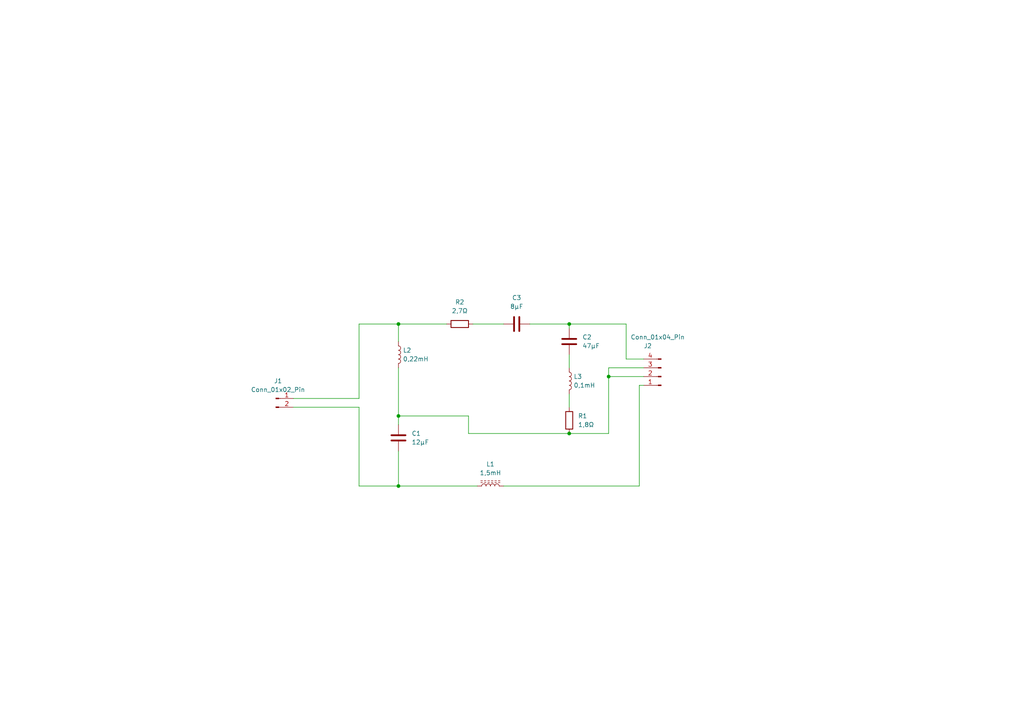
<source format=kicad_sch>
(kicad_sch (version 20230121) (generator eeschema)
  (paper "A4")
  (lib_symbols
    (symbol "Connector:Conn_01x02_Pin" (pin_names (offset 1.016) hide)
      (property "Reference" "J" (at 0 2.54 0))
      (property "Value" "Conn_01x02_Pin" (at 0 -5.08 0))
      (symbol "Conn_01x02_Pin_1_1"
        (polyline (pts (xy 1.27 -2.54) (xy 0.8636 -2.54)) (stroke (width 0.1524)))
        (polyline (pts (xy 1.27 0) (xy 0.8636 0)) (stroke (width 0.1524)))
        (rectangle (start 0.8636 -2.413) (end 0 -2.667) (stroke (width 0.1524)) (fill (type outline)))
        (rectangle (start 0.8636 0.127) (end 0 -0.127) (stroke (width 0.1524)) (fill (type outline)))
        (pin passive line (at 5.08 0 180) (length 3.81) (name "Pin_1") (number "1"))
        (pin passive line (at 5.08 -2.54 180) (length 3.81) (name "Pin_2") (number "2"))
      )
    )
    (symbol "Connector:Conn_01x04_Pin" (pin_names (offset 1.016) hide)
      (property "Reference" "J" (at 0 5.08 0))
      (property "Value" "Conn_01x04_Pin" (at 0 -7.62 0))
      (symbol "Conn_01x04_Pin_1_1"
        (polyline (pts (xy 1.27 -5.08) (xy 0.8636 -5.08)) (stroke (width 0.1524)))
        (polyline (pts (xy 1.27 -2.54) (xy 0.8636 -2.54)) (stroke (width 0.1524)))
        (polyline (pts (xy 1.27 0) (xy 0.8636 0)) (stroke (width 0.1524)))
        (polyline (pts (xy 1.27 2.54) (xy 0.8636 2.54)) (stroke (width 0.1524)))
        (rectangle (start 0.8636 -4.953) (end 0 -5.207) (stroke (width 0.1524)) (fill (type outline)))
        (rectangle (start 0.8636 -2.413) (end 0 -2.667) (stroke (width 0.1524)) (fill (type outline)))
        (rectangle (start 0.8636 0.127) (end 0 -0.127) (stroke (width 0.1524)) (fill (type outline)))
        (rectangle (start 0.8636 2.667) (end 0 2.413) (stroke (width 0.1524)) (fill (type outline)))
        (pin passive line (at 5.08 2.54 180) (length 3.81) (name "Pin_1") (number "1"))
        (pin passive line (at 5.08 0 180) (length 3.81) (name "Pin_2") (number "2"))
        (pin passive line (at 5.08 -2.54 180) (length 3.81) (name "Pin_3") (number "3"))
        (pin passive line (at 5.08 -5.08 180) (length 3.81) (name "Pin_4") (number "4"))
      )
    )
    (symbol "Device:C" (pin_numbers hide) (pin_names (offset 0.254))
      (property "Reference" "C" (at 0.635 2.54 0))
      (property "Value" "C" (at 0.635 -2.54 0))
      (symbol "C_0_1"
        (polyline (pts (xy -2.032 -0.762) (xy 2.032 -0.762)) (stroke (width 0.508)))
        (polyline (pts (xy -2.032 0.762) (xy 2.032 0.762)) (stroke (width 0.508)))
      )
      (symbol "C_1_1"
        (pin passive line (at 0 3.81 270) (length 2.794) (name "~") (number "1"))
        (pin passive line (at 0 -3.81 90) (length 2.794) (name "~") (number "2"))
      )
    )
    (symbol "Device:L" (pin_numbers hide) (pin_names (offset 1.016) hide)
      (property "Reference" "L" (at -1.27 0 90))
      (property "Value" "L" (at 1.905 0 90))
      (symbol "L_0_1"
        (arc (start 0 -2.54) (mid 0.6323 -1.905) (end 0 -1.27))
        (arc (start 0 -1.27) (mid 0.6323 -0.635) (end 0 0))
        (arc (start 0 0) (mid 0.6323 0.635) (end 0 1.27))
        (arc (start 0 1.27) (mid 0.6323 1.905) (end 0 2.54))
      )
      (symbol "L_1_1"
        (pin passive line (at 0 3.81 270) (length 1.27) (name "1") (number "1"))
        (pin passive line (at 0 -3.81 90) (length 1.27) (name "2") (number "2"))
      )
    )
    (symbol "Device:L_Ferrite" (pin_numbers hide) (pin_names (offset 1.016) hide)
      (property "Reference" "L" (at -1.27 0 90))
      (property "Value" "L_Ferrite" (at 2.794 0 90))
      (symbol "L_Ferrite_0_1"
        (arc (start 0 -2.54) (mid 0.6323 -1.905) (end 0 -1.27))
        (arc (start 0 -1.27) (mid 0.6323 -0.635) (end 0 0))
        (polyline (pts (xy 1.016 -2.794) (xy 1.016 -2.286)))
        (polyline (pts (xy 1.016 -1.778) (xy 1.016 -1.27)))
        (polyline (pts (xy 1.016 -0.762) (xy 1.016 -0.254)))
        (polyline (pts (xy 1.016 0.254) (xy 1.016 0.762)))
        (polyline (pts (xy 1.016 1.27) (xy 1.016 1.778)))
        (polyline (pts (xy 1.016 2.286) (xy 1.016 2.794)))
        (polyline (pts (xy 1.524 -2.286) (xy 1.524 -2.794)))
        (polyline (pts (xy 1.524 -1.27) (xy 1.524 -1.778)))
        (polyline (pts (xy 1.524 -0.254) (xy 1.524 -0.762)))
        (polyline (pts (xy 1.524 0.762) (xy 1.524 0.254)))
        (polyline (pts (xy 1.524 1.778) (xy 1.524 1.27)))
        (polyline (pts (xy 1.524 2.794) (xy 1.524 2.286)))
        (arc (start 0 0) (mid 0.6323 0.635) (end 0 1.27))
        (arc (start 0 1.27) (mid 0.6323 1.905) (end 0 2.54))
      )
      (symbol "L_Ferrite_1_1"
        (pin passive line (at 0 3.81 270) (length 1.27) (name "1") (number "1"))
        (pin passive line (at 0 -3.81 90) (length 1.27) (name "2") (number "2"))
      )
    )
    (symbol "Device:R" (pin_numbers hide) (pin_names (offset 0))
      (property "Reference" "R" (at 2.032 0 90))
      (property "Value" "R" (at 0 0 90))
      (symbol "R_0_1"
        (rectangle (start -1.016 -2.54) (end 1.016 2.54) (stroke (width 0.254)))
      )
      (symbol "R_1_1"
        (pin passive line (at 0 3.81 270) (length 1.27) (name "~") (number "1"))
        (pin passive line (at 0 -3.81 90) (length 1.27) (name "~") (number "2"))
      )
    )
  )
  (junction (at 176.53 109.22))
  (junction (at 115.57 140.97))
  (junction (at 165.1 93.98))
  (junction (at 115.57 93.98))
  (junction (at 115.57 120.65))
  (junction (at 165.1 125.73))
  (wire (pts (xy 146.05 140.97) (xy 185.42 140.97)))
  (wire (pts (xy 176.53 109.22) (xy 176.53 106.68)))
  (wire (pts (xy 165.1 93.98) (xy 181.61 93.98)))
  (wire (pts (xy 176.53 106.68) (xy 186.69 106.68)))
  (wire (pts (xy 115.57 140.97) (xy 138.43 140.97)))
  (wire (pts (xy 115.57 120.65) (xy 115.57 123.19)))
  (wire (pts (xy 115.57 93.98) (xy 115.57 99.06)))
  (wire (pts (xy 104.14 93.98) (xy 115.57 93.98)))
  (wire (pts (xy 85.09 115.57) (xy 104.14 115.57)))
  (wire (pts (xy 115.57 140.97) (xy 104.14 140.97)))
  (wire (pts (xy 115.57 130.81) (xy 115.57 140.97)))
  (wire (pts (xy 181.61 104.14) (xy 186.69 104.14)))
  (wire (pts (xy 135.89 120.65) (xy 135.89 125.73)))
  (wire (pts (xy 104.14 118.11) (xy 85.09 118.11)))
  (wire (pts (xy 165.1 102.87) (xy 165.1 106.68)))
  (wire (pts (xy 185.42 140.97) (xy 185.42 111.76)))
  (wire (pts (xy 104.14 140.97) (xy 104.14 118.11)))
  (wire (pts (xy 181.61 93.98) (xy 181.61 104.14)))
  (wire (pts (xy 165.1 125.73) (xy 176.53 125.73)))
  (wire (pts (xy 115.57 120.65) (xy 135.89 120.65)))
  (wire (pts (xy 104.14 115.57) (xy 104.14 93.98)))
  (wire (pts (xy 153.67 93.98) (xy 165.1 93.98)))
  (wire (pts (xy 165.1 93.98) (xy 165.1 95.25)))
  (wire (pts (xy 137.16 93.98) (xy 146.05 93.98)))
  (wire (pts (xy 135.89 125.73) (xy 165.1 125.73)))
  (wire (pts (xy 165.1 114.3) (xy 165.1 118.11)))
  (wire (pts (xy 185.42 111.76) (xy 186.69 111.76)))
  (wire (pts (xy 176.53 109.22) (xy 186.69 109.22)))
  (wire (pts (xy 115.57 106.68) (xy 115.57 120.65)))
  (wire (pts (xy 115.57 93.98) (xy 129.54 93.98)))
  (wire (pts (xy 176.53 109.22) (xy 176.53 125.73)))
  (symbol (lib_id "Device:C") (at 115.57 127 0) (unit 1)
    (property "Reference" "C1" (at 119.38 125.73 0) (effects (justify left)))
    (property "Value" "12µF" (at 119.38 128.27 0) (effects (justify left)))
    (property "Footprint" "Capacitor_THT:CP_Axial_L42.5mm_D20.0mm_P49.00mm_Horizontal" (effects hide))
  )
  (symbol (lib_id "Device:R") (at 133.35 93.98 90) (unit 1)
    (property "Reference" "R2" (at 133.35 87.63 90))
    (property "Value" "2,7Ω" (at 133.35 90.17 90))
    (property "Footprint" "Resistor_THT:R_Axial_Power_L48.0mm_W12.5mm_P60.96mm" (effects hide))
  )
  (symbol (lib_id "Connector:Conn_01x02_Pin") (at 80.01 115.57 0) (unit 1)
    (property "Reference" "J1" (at 80.645 110.49 0))
    (property "Value" "Conn_01x02_Pin" (at 80.645 113.03 0))
    (property "Footprint" "Connector_Wire:SolderWire-1sqmm_1x02_P7.8mm_D1.4mm_OD3.9mm" (effects hide))
  )
  (symbol (lib_id "Device:L") (at 165.1 110.49 0) (unit 1)
    (property "Reference" "L3" (at 166.37 109.22 0) (effects (justify left)))
    (property "Value" "0,1mH" (at 166.37 111.76 0) (effects (justify left)))
    (property "Footprint" "Inductor_THT:L_Radial_D50.8mm_P33.27mm_Vishay_IHB-6" (effects hide))
  )
  (symbol (lib_id "Device:C") (at 149.86 93.98 90) (unit 1)
    (property "Reference" "C3" (at 149.86 86.36 90))
    (property "Value" "8µF" (at 149.86 88.9 90))
    (property "Footprint" "Capacitor_THT:CP_Axial_L42.5mm_D20.0mm_P49.00mm_Horizontal" (effects hide))
  )
  (symbol (lib_id "Device:C") (at 165.1 99.06 0) (unit 1)
    (property "Reference" "C2" (at 168.91 97.79 0) (effects (justify left)))
    (property "Value" "47µF" (at 168.91 100.33 0) (effects (justify left)))
    (property "Footprint" "Capacitor_THT:CP_Axial_L55.0mm_D35.0mm_P60.00mm_Horizontal" (effects hide))
  )
  (symbol (lib_id "Connector:Conn_01x04_Pin") (at 191.77 109.22 180) (unit 1)
    (property "Reference" "J2" (at 186.69 100.33 0) (effects (justify right)))
    (property "Value" "Conn_01x04_Pin" (at 182.88 97.79 0) (effects (justify right)))
    (property "Footprint" "Connector_Wire:SolderWire-1sqmm_1x04_P7.8mm_D1.4mm_OD3.9mm" (effects hide))
  )
  (symbol (lib_id "Device:L") (at 115.57 102.87 0) (unit 1)
    (property "Reference" "L2" (at 116.84 101.6 0) (effects (justify left)))
    (property "Value" "0,22mH" (at 116.84 104.14 0) (effects (justify left)))
    (property "Footprint" "Inductor_THT:L_Radial_D40.6mm_P26.16mm_Vishay_IHB-5" (effects hide))
  )
  (symbol (lib_id "Device:L_Ferrite") (at 142.24 140.97 90) (unit 1)
    (property "Reference" "L1" (at 142.24 134.62 90))
    (property "Value" "1,5mH" (at 142.24 137.16 90))
    (property "Footprint" "Inductor_THT:L_Radial_D24.4mm_P23.90mm_Murata_1400series" (effects hide))
  )
  (symbol (lib_id "Device:R") (at 165.1 121.92 0) (unit 1)
    (property "Reference" "R1" (at 167.64 120.65 0) (effects (justify left)))
    (property "Value" "1,8Ω" (at 167.64 123.19 0) (effects (justify left)))
    (property "Footprint" "Resistor_THT:R_Axial_Power_L48.0mm_W12.5mm_P60.96mm" (effects hide))
  )
)
</source>
